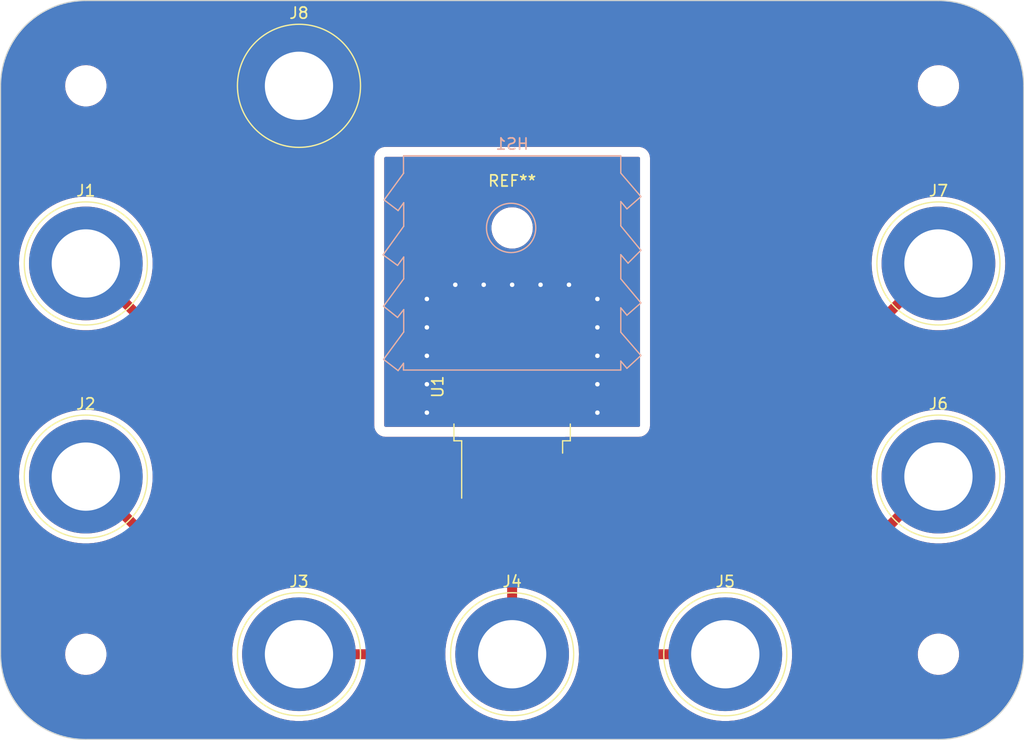
<source format=kicad_pcb>
(kicad_pcb (version 20221018) (generator pcbnew)
  (layers (0 "F.Cu" signal) (31 "B.Cu" signal) (34 "B.Paste" user) (35 "F.Paste" user) (36 "B.SilkS" user "B.Silkscreen") (37 "F.SilkS" user "F.Silkscreen") (38 "B.Mask" user) (39 "F.Mask" user) (44 "Edge.Cuts" user))
  (net 0 "")
  (net 1 "Net-(J1-Pin_1)")
  (net 2 "Net-(J2-Pin_1)")
  (net 3 "Net-(J3-Pin_1)")
  (net 4 "Net-(J4-Pin_1)")
  (net 5 "Net-(J5-Pin_1)")
  (net 6 "Net-(J6-Pin_1)")
  (net 7 "Net-(J7-Pin_1)")
  (net 8 "GND")
  (footprint "MountingHole:MountingHole_3.2mm_M3" (layer "F.Cu") (at 127 101.6)
    (fp_text reference "REF**" hide)
    (fp_text value "MountingHole_3.2mm_M3" hide)
    (pad "" np_thru_hole circle locked (at 0 0) (size 3.2 3.2) (drill 3.2) (layers "F&B.Cu" "*.Mask"))
  )
  (footprint "Connector:Banana_Jack_1Pin" (layer "F.Cu") (at 69.85 50.8)
    (fp_text reference "J8" (at 0 -6.5) (layer "F.SilkS"))
    (fp_text value "Conn_01x01")
    (fp_circle (center 0 0) (end 5.5 0) (stroke (width 0.12)) (fill none) (layer "F.SilkS"))
    (pad "1" thru_hole circle (at 0 0) (size 10.16 10.16) (drill 6.1) (layers "*.Cu" "*.Mask") (net 8 "GND"))
  )
  (footprint "MountingHole:MountingHole_3.2mm_M3" (layer "F.Cu") (at 50.8 101.6)
    (fp_text reference "REF**" hide)
    (fp_text value "MountingHole_3.2mm_M3" hide)
    (pad "" np_thru_hole circle locked (at 0 0) (size 3.2 3.2) (drill 3.2) (layers "F&B.Cu" "*.Mask"))
  )
  (footprint "MountingHole:MountingHole_3.2mm_M3" (layer "F.Cu") (at 50.8 50.8)
    (fp_text reference "REF**" hide)
    (fp_text value "MountingHole_3.2mm_M3" hide)
    (pad "" np_thru_hole circle locked (at 0 0) (size 3.2 3.2) (drill 3.2) (layers "*.Cu" "*.Mask"))
  )
  (footprint "MountingHole:MountingHole_3.2mm_M3" (layer "F.Cu") (at 88.9 63.5)
    (fp_text reference "REF**" (at 0 -4.2) (layer "F.SilkS"))
    (fp_text value "MountingHole_3.2mm_M3")
    (pad "" np_thru_hole circle (at 0 0) (size 3.2 3.2) (drill 3.2) (layers "*.Cu" "*.Mask"))
  )
  (footprint "Connector:Banana_Jack_1Pin" (layer "F.Cu") (at 88.9 101.6)
    (fp_text reference "J4" (at 0 -6.5) (layer "F.SilkS"))
    (fp_text value "Conn_01x01")
    (fp_circle (center 0 0) (end 5.5 0) (stroke (width 0.12)) (fill none) (layer "F.SilkS"))
    (pad "1" thru_hole circle (at 0 0) (size 10.16 10.16) (drill 6.1) (layers "*.Cu" "*.Mask") (net 4 "Net-(J4-Pin_1)"))
  )
  (footprint "Connector:Banana_Jack_1Pin" (layer "F.Cu") (at 50.8 66.675)
    (fp_text reference "J1" (at 0 -6.5) (layer "F.SilkS"))
    (fp_text value "Conn_01x01")
    (fp_circle (center 0 0) (end 5.5 0) (stroke (width 0.12)) (fill none) (layer "F.SilkS"))
    (pad "1" thru_hole circle (at 0 0) (size 10.16 10.16) (drill 6.1) (layers "*.Cu" "*.Mask") (net 1 "Net-(J1-Pin_1)"))
  )
  (footprint "Connector:Banana_Jack_1Pin" (layer "F.Cu") (at 69.85 101.6)
    (fp_text reference "J3" (at 0 -6.5) (layer "F.SilkS"))
    (fp_text value "Conn_01x01")
    (fp_circle (center 0 0) (end 5.5 0) (stroke (width 0.12)) (fill none) (layer "F.SilkS"))
    (pad "1" thru_hole circle (at 0 0) (size 10.16 10.16) (drill 6.1) (layers "*.Cu" "*.Mask") (net 3 "Net-(J3-Pin_1)"))
  )
  (footprint "Connector:Banana_Jack_1Pin" (layer "F.Cu") (at 127 85.725)
    (fp_text reference "J6" (at 0 -6.5) (layer "F.SilkS"))
    (fp_text value "Conn_01x01")
    (fp_circle (center 0 0) (end 5.5 0) (stroke (width 0.12)) (fill none) (layer "F.SilkS"))
    (pad "1" thru_hole circle (at 0 0) (size 10.16 10.16) (drill 6.1) (layers "*.Cu" "*.Mask") (net 6 "Net-(J6-Pin_1)"))
  )
  (footprint "Connector:Banana_Jack_1Pin" (layer "F.Cu") (at 107.95 101.6)
    (fp_text reference "J5" (at 0 -6.5) (layer "F.SilkS"))
    (fp_text value "Conn_01x01")
    (fp_circle (center 0 0) (end 5.5 0) (stroke (width 0.12)) (fill none) (layer "F.SilkS"))
    (pad "1" thru_hole circle (at 0 0) (size 10.16 10.16) (drill 6.1) (layers "*.Cu" "*.Mask") (net 5 "Net-(J5-Pin_1)"))
  )
  (footprint "MountingHole:MountingHole_3.2mm_M3" (layer "F.Cu") (at 127 50.8)
    (fp_text reference "REF**" hide)
    (fp_text value "MountingHole_3.2mm_M3" hide)
    (pad "" np_thru_hole circle locked (at 0 0) (size 3.2 3.2) (drill 3.2) (layers "F&B.Cu" "*.Mask"))
  )
  (footprint "Connector:Banana_Jack_1Pin" (layer "F.Cu") (at 50.8 85.725)
    (fp_text reference "J2" (at 0 -6.5) (layer "F.SilkS"))
    (fp_text value "Conn_01x01")
    (fp_circle (center 0 0) (end 5.5 0) (stroke (width 0.12)) (fill none) (layer "F.SilkS"))
    (pad "1" thru_hole circle (at 0 0) (size 10.16 10.16) (drill 6.1) (layers "*.Cu" "*.Mask") (net 2 "Net-(J2-Pin_1)"))
  )
  (footprint "Connector:Banana_Jack_1Pin" (layer "F.Cu") (at 127 66.675)
    (fp_text reference "J7" (at 0 -6.5) (layer "F.SilkS"))
    (fp_text value "Conn_01x01")
    (fp_circle (center 0 0) (end 5.5 0) (stroke (width 0.12)) (fill none) (layer "F.SilkS"))
    (pad "1" thru_hole circle (at 0 0) (size 10.16 10.16) (drill 6.1) (layers "*.Cu" "*.Mask") (net 7 "Net-(J7-Pin_1)"))
  )
  (footprint "Package_TO_SOT_SMD:TO-263-7_TabPin4" (layer "F.Cu") (at 88.9 77.7 90)
    (fp_text reference "U1" (at 0 -6.65 90) (layer "F.SilkS"))
    (fp_text value "Conn_01x07")
    (fp_line (start -4.825 -5.2) (end -4.825 -4.51) (stroke (width 0.12)) (layer "F.SilkS"))
    (fp_line (start -4.825 -4.51) (end -9.95 -4.51) (stroke (width 0.12)) (layer "F.SilkS"))
    (fp_line (start -4.825 4.51) (end -5.925 4.51) (stroke (width 0.12)) (layer "F.SilkS"))
    (fp_line (start -4.825 5.2) (end -4.825 4.51) (stroke (width 0.12)) (layer "F.SilkS"))
    (fp_line (start -3.325 -5.2) (end -4.825 -5.2) (stroke (width 0.12)) (layer "F.SilkS"))
    (fp_line (start -3.325 5.2) (end -4.825 5.2) (stroke (width 0.12)) (layer "F.SilkS"))
    (pad "1" smd roundrect (at -7.65 -3.81 90) (size 4.6 0.8) (layers "F.Cu" "F.Paste" "F.Mask") (net 1 "Net-(J1-Pin_1)"))
    (pad "2" smd roundrect (at -7.65 -2.54 90) (size 4.6 0.8) (layers "F.Cu" "F.Paste" "F.Mask") (net 2 "Net-(J2-Pin_1)"))
    (pad "3" smd roundrect (at -7.65 -1.27 90) (size 4.6 0.8) (layers "F.Cu" "F.Paste" "F.Mask") (net 3 "Net-(J3-Pin_1)"))
    (pad "4" smd roundrect (at -7.65 0 90) (size 4.6 0.8) (layers "F.Cu" "F.Paste" "F.Mask") (net 4 "Net-(J4-Pin_1)"))
    (pad "4" smd roundrect (at -0.925 -2.775 90) (size 4.55 5.25) (layers "F.Cu" "F.Paste") (roundrect_rratio 0.054945) (net 4 "Net-(J4-Pin_1)"))
    (pad "4" smd roundrect (at -0.925 2.775 90) (size 4.55 5.25) (layers "F.Cu" "F.Paste") (roundrect_rratio 0.054945) (net 4 "Net-(J4-Pin_1)"))
    (pad "4" smd roundrect (at 1.5 0 90) (size 9.4 10.8) (layers "F.Cu" "F.Mask") (roundrect_rratio 0.026596) (net 4 "Net-(J4-Pin_1)"))
    (pad "4" smd roundrect (at 3.925 -2.775 90) (size 4.55 5.25) (layers "F.Cu" "F.Paste") (roundrect_rratio 0.054945) (net 4 "Net-(J4-Pin_1)"))
    (pad "4" smd roundrect (at 3.925 2.775 90) (size 4.55 5.25) (layers "F.Cu" "F.Paste") (roundrect_rratio 0.054945) (net 4 "Net-(J4-Pin_1)"))
    (pad "5" smd roundrect (at -7.65 1.27 90) (size 4.6 0.8) (layers "F.Cu" "F.Paste" "F.Mask") (net 5 "Net-(J5-Pin_1)"))
    (pad "6" smd roundrect (at -7.65 2.54 90) (size 4.6 0.8) (layers "F.Cu" "F.Paste" "F.Mask") (net 6 "Net-(J6-Pin_1)"))
    (pad "7" smd roundrect (at -7.65 3.81 90) (size 4.6 0.8) (layers "F.Cu" "F.Paste" "F.Mask") (net 7 "Net-(J7-Pin_1)"))
  )
  (footprint "Heatsink:Heatsink_AAVID_TV5G_TO220_Horizontal" (layer "B.Cu") (at 88.9 63.5 180)
    (fp_text reference "HS1" (at 0 7.5) (layer "B.SilkS") (effects (justify mirror)))
    (fp_text value "Heatsink_Pad")
    (fp_line (start -11.51 -11.4) (end -9.71 -9.32) (stroke (width 0.12)) (layer "B.SilkS"))
    (fp_line (start -11.51 -6.7) (end -9.71 -4.55) (stroke (width 0.12)) (layer "B.SilkS"))
    (fp_line (start -11.51 -2) (end -9.71 0.18) (stroke (width 0.12)) (layer "B.SilkS"))
    (fp_line (start -11.51 2.8) (end -9.7 4.91) (stroke (width 0.12)) (layer "B.SilkS"))
    (fp_line (start -10.36 -3.15) (end -11.51 -2) (stroke (width 0.12)) (layer "B.SilkS"))
    (fp_line (start -10.26 -12.55) (end -11.51 -11.4) (stroke (width 0.12)) (layer "B.SilkS"))
    (fp_line (start -10.26 -7.8) (end -11.51 -6.7) (stroke (width 0.12)) (layer "B.SilkS"))
    (fp_line (start -10.26 1.7) (end -11.51 2.8) (stroke (width 0.12)) (layer "B.SilkS"))
    (fp_line (start -9.71 -12.7) (end -9.71 -11.9) (stroke (width 0.12)) (layer "B.SilkS"))
    (fp_line (start -9.71 -11.9) (end -10.26 -12.55) (stroke (width 0.12)) (layer "B.SilkS"))
    (fp_line (start -9.71 -9.32) (end -9.71 -7.15) (stroke (width 0.12)) (layer "B.SilkS"))
    (fp_line (start -9.71 -7.14) (end -10.26 -7.8) (stroke (width 0.12)) (layer "B.SilkS"))
    (fp_line (start -9.71 -4.54) (end -9.71 -2.39) (stroke (width 0.12)) (layer "B.SilkS"))
    (fp_line (start -9.71 -2.39) (end -10.36 -3.15) (stroke (width 0.12)) (layer "B.SilkS"))
    (fp_line (start -9.71 0.19) (end -9.71 2.35) (stroke (width 0.12)) (layer "B.SilkS"))
    (fp_line (start -9.71 2.36) (end -10.26 1.7) (stroke (width 0.12)) (layer "B.SilkS"))
    (fp_line (start -9.71 4.94) (end -9.71 6.45) (stroke (width 0.12)) (layer "B.SilkS"))
    (fp_line (start -9.69 6.45) (end 9.69 6.45) (stroke (width 0.12)) (layer "B.SilkS"))
    (fp_line (start 9.69 -9.3) (end 11.49 -11.75) (stroke (width 0.12)) (layer "B.SilkS"))
    (fp_line (start 9.69 -7.3) (end 9.69 -9.3) (stroke (width 0.12)) (layer "B.SilkS"))
    (fp_line (start 9.69 -4.55) (end 11.49 -7) (stroke (width 0.12)) (layer "B.SilkS"))
    (fp_line (start 9.69 -2.6) (end 9.69 -4.55) (stroke (width 0.12)) (layer "B.SilkS"))
    (fp_line (start 9.69 0.15) (end 11.49 -2.35) (stroke (width 0.12)) (layer "B.SilkS"))
    (fp_line (start 9.69 2.25) (end 9.69 0.15) (stroke (width 0.12)) (layer "B.SilkS"))
    (fp_line (start 9.69 4.9) (end 11.44 2.5) (stroke (width 0.12)) (layer "B.SilkS"))
    (fp_line (start 9.71 -12.7) (end -9.71 -12.7) (stroke (width 0.12)) (layer "B.SilkS"))
    (fp_line (start 9.71 -12.1) (end 9.71 -12.7) (stroke (width 0.12)) (layer "B.SilkS"))
    (fp_line (start 9.71 6.45) (end 9.71 4.9) (stroke (width 0.12)) (layer "B.SilkS"))
    (fp_line (start 10.19 -12.75) (end 9.71 -12.1) (stroke (width 0.12)) (layer "B.SilkS"))
    (fp_line (start 10.19 1.55) (end 9.69 2.25) (stroke (width 0.12)) (layer "B.SilkS"))
    (fp_line (start 10.24 -8) (end 9.69 -7.3) (stroke (width 0.12)) (layer "B.SilkS"))
    (fp_line (start 10.24 -3.35) (end 9.69 -2.6) (stroke (width 0.12)) (layer "B.SilkS"))
    (fp_line (start 11.44 2.5) (end 10.19 1.55) (stroke (width 0.12)) (layer "B.SilkS"))
    (fp_line (start 11.49 -11.75) (end 10.19 -12.75) (stroke (width 0.12)) (layer "B.SilkS"))
    (fp_line (start 11.49 -7) (end 10.24 -8) (stroke (width 0.12)) (layer "B.SilkS"))
    (fp_line (start 11.54 -2.4) (end 10.24 -3.35) (stroke (width 0.12)) (layer "B.SilkS"))
    (fp_circle (center 0.09 0) (end 2.29 0.1) (stroke (width 0.12)) (fill none) (layer "B.SilkS"))
  )
  (gr_line (start 50.8 43.18) (end 127 43.18) (stroke (width 0.1)) (layer "Edge.Cuts"))
  (gr_arc (start 50.8 109.22) (mid 45.411846 106.988154) (end 43.18 101.6) (stroke (width 0.1)) (layer "Edge.Cuts"))
  (gr_line (start 134.62 50.8) (end 134.62 101.6) (stroke (width 0.1)) (layer "Edge.Cuts"))
  (gr_line (start 127 109.22) (end 50.8 109.22) (stroke (width 0.1)) (layer "Edge.Cuts"))
  (gr_line (start 43.18 101.6) (end 43.18 50.8) (stroke (width 0.1)) (layer "Edge.Cuts"))
  (gr_arc (start 134.62 101.6) (mid 132.388154 106.988154) (end 127 109.22) (stroke (width 0.1)) (layer "Edge.Cuts"))
  (gr_arc (start 127 43.18) (mid 132.388154 45.411846) (end 134.62 50.8) (stroke (width 0.1)) (layer "Edge.Cuts"))
  (gr_arc (start 43.18 50.8) (mid 45.411846 45.411846) (end 50.8 43.18) (stroke (width 0.1)) (layer "Edge.Cuts"))
  (segment (start 85.09 87.65) (end 83.84 88.9) (width 0.889) (layer "F.Cu") (net 1))
  (segment (start 73.025 88.9) (end 50.8 66.675) (width 0.889) (layer "F.Cu") (net 1))
  (segment (start 85.09 85.35) (end 85.09 87.65) (width 0.889) (layer "F.Cu") (net 1))
  (segment (start 83.84 88.9) (end 73.025 88.9) (width 0.889) (layer "F.Cu") (net 1))
  (segment (start 56.515 91.44) (end 50.8 85.725) (width 0.889) (layer "F.Cu") (net 2))
  (segment (start 83.82 91.44) (end 56.515 91.44) (width 0.889) (layer "F.Cu") (net 2))
  (segment (start 86.36 85.35) (end 86.36 88.9) (width 0.889) (layer "F.Cu") (net 2))
  (segment (start 86.36 88.9) (end 83.82 91.44) (width 0.889) (layer "F.Cu") (net 2))
  (segment (start 87.63 85.35) (end 87.63 90.17) (width 0.889) (layer "F.Cu") (net 3))
  (segment (start 87.63 90.17) (end 76.2 101.6) (width 0.889) (layer "F.Cu") (net 3))
  (segment (start 76.2 101.6) (end 69.85 101.6) (width 0.889) (layer "F.Cu") (net 3))
  (segment (start 88.9 85.35) (end 88.9 101.6) (width 0.889) (layer "F.Cu") (net 4))
  (via (at 96.52 77.47) (size 0.8) (drill 0.4) (layers "F.Cu" "B.Cu") (net 4))
  (via (at 96.52 74.93) (size 0.8) (drill 0.4) (layers "F.Cu" "B.Cu") (net 4))
  (via (at 86.36 68.58) (size 0.8) (drill 0.4) (layers "F.Cu" "B.Cu") (net 4))
  (via (at 81.28 72.39) (size 0.8) (drill 0.4) (layers "F.Cu" "B.Cu") (net 4))
  (via (at 91.44 68.58) (size 0.8) (drill 0.4) (layers "F.Cu" "B.Cu") (net 4))
  (via (at 93.98 68.58) (size 0.8) (drill 0.4) (layers "F.Cu" "B.Cu") (net 4))
  (via (at 81.28 74.93) (size 0.8) (drill 0.4) (layers "F.Cu" "B.Cu") (net 4))
  (via (at 81.28 80.01) (size 0.8) (drill 0.4) (layers "F.Cu" "B.Cu") (net 4))
  (via (at 81.28 69.85) (size 0.8) (drill 0.4) (layers "F.Cu" "B.Cu") (net 4))
  (via (at 83.82 68.58) (size 0.8) (drill 0.4) (layers "F.Cu" "B.Cu") (net 4))
  (via (at 96.52 69.85) (size 0.8) (drill 0.4) (layers "F.Cu" "B.Cu") (net 4))
  (via (at 96.52 80.01) (size 0.8) (drill 0.4) (layers "F.Cu" "B.Cu") (net 4))
  (via (at 81.28 77.47) (size 0.8) (drill 0.4) (layers "F.Cu" "B.Cu") (net 4))
  (via (at 88.9 68.58) (size 0.8) (drill 0.4) (layers "F.Cu" "B.Cu") (net 4))
  (via (at 96.52 72.39) (size 0.8) (drill 0.4) (layers "F.Cu" "B.Cu") (net 4))
  (segment (start 90.17 85.35) (end 90.17 90.17) (width 0.889) (layer "F.Cu") (net 5))
  (segment (start 101.6 101.6) (end 107.95 101.6) (width 0.889) (layer "F.Cu") (net 5))
  (segment (start 90.17 90.17) (end 101.6 101.6) (width 0.889) (layer "F.Cu") (net 5))
  (segment (start 121.285 91.44) (end 127 85.725) (width 0.889) (layer "F.Cu") (net 6))
  (segment (start 93.98 91.44) (end 121.285 91.44) (width 0.889) (layer "F.Cu") (net 6))
  (segment (start 91.44 88.9) (end 93.98 91.44) (width 0.889) (layer "F.Cu") (net 6))
  (segment (start 91.44 85.35) (end 91.44 88.9) (width 0.889) (layer "F.Cu") (net 6))
  (segment (start 104.775 88.9) (end 127 66.675) (width 0.889) (layer "F.Cu") (net 7))
  (segment (start 92.71 87.63) (end 93.98 88.9) (width 0.889) (layer "F.Cu") (net 7))
  (segment (start 92.71 85.35) (end 92.71 87.63) (width 0.889) (layer "F.Cu") (net 7))
  (segment (start 93.98 88.9) (end 104.775 88.9) (width 0.889) (layer "F.Cu") (net 7))
  (zone (net 8) (net_name "GND") (layer "F.Cu") (priority 1) (connect_pads (clearance 0.889)) (min_thickness 0.25) (fill yes (thermal_gap 0.889) (thermal_bridge_width 0.5))
    (polygon (pts (xy 43.18 43.18) (xy 134.62 43.18) (xy 134.62 109.22) (xy 43.18 109.22)))
  )
  (zone (net 4) (net_name "Net-(J4-Pin_1)") (layer "F.Cu") (priority 3) (connect_pads yes (clearance 0.889)) (min_thickness 0.25) (fill yes (thermal_gap 0.5) (thermal_bridge_width 0.5))
    (polygon (pts (xy 77.47 57.15) (xy 100.33 57.15) (xy 100.33 81.28) (xy 77.47 81.28)))
  )
  (zone (net 8) (net_name "GND") (layer "B.Cu") (connect_pads yes (clearance 0.889)) (min_thickness 0.25) (fill yes (thermal_gap 0.5) (thermal_bridge_width 0.5))
    (polygon (pts (xy 43.18 43.18) (xy 134.62 43.18) (xy 134.62 109.22) (xy 43.18 109.22)))
  )
  (zone (net 4) (net_name "Net-(J4-Pin_1)") (layer "B.Cu") (priority 1) (connect_pads yes (clearance 0.889)) (min_thickness 0.25) (fill yes (thermal_gap 0.5) (thermal_bridge_width 0.5))
    (polygon (pts (xy 77.47 57.15) (xy 100.33 57.15) (xy 100.33 81.28) (xy 77.47 81.28)))
  )
)
</source>
